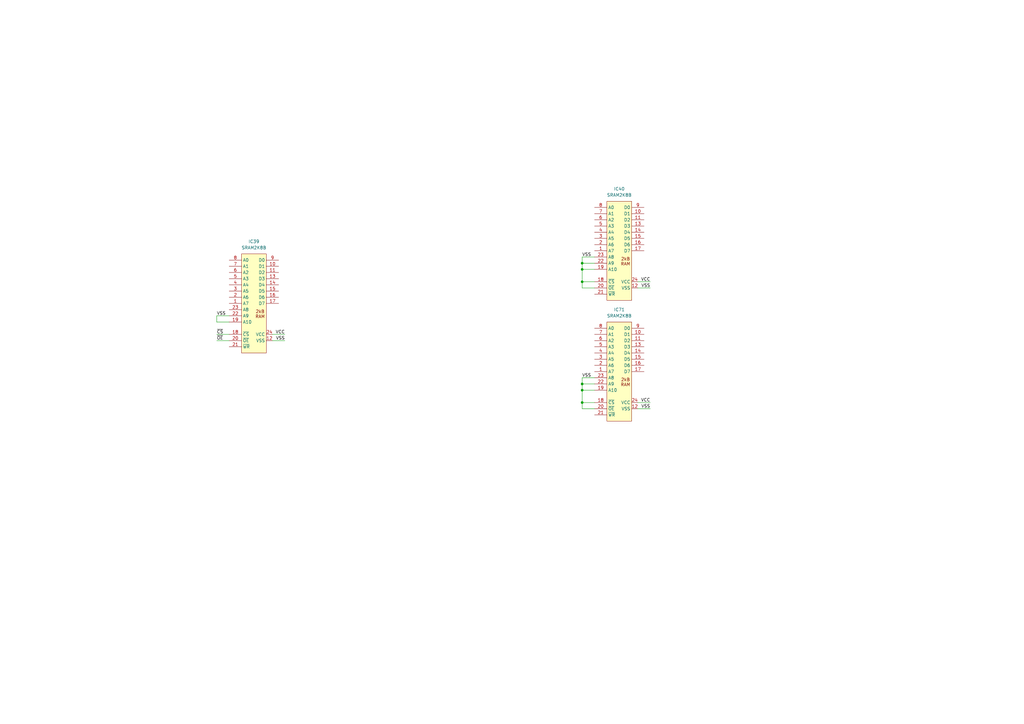
<source format=kicad_sch>
(kicad_sch (version 20231120) (generator "eeschema") (generator_version "8.0")
  (paper "A3")
  (title_block (title "Object RAM") (company "JOTEGO"))
  (lib_symbols
    (symbol "jt_ram:SRAM2K8B"
      (property "Reference" "U" (at 0 24.13 0))
      (property "Value" "SRAM2K8B" (at 0 21.59 0))
      (symbol "SRAM2K8B_0_1"
        (rectangle (start -5.08 20.32) (end 5.08 -20.32) (fill (type background)))
      )
      (symbol "SRAM2K8B_1_1"
        (text "2kB\nRAM" (at 2.54 -4.318 0) (effects (font (size 1.27 1.27))))
        (pin input line (at -10.16 0 0) (length 5.08) (name "A7") (number "1"))
        (pin tri_state line (at 10.16 15.24 180) (length 5.08) (name "D1") (number "10"))
        (pin tri_state line (at 10.16 12.7 180) (length 5.08) (name "D2") (number "11"))
        (pin power_in line (at 7.62 -15.24 180) (length 2.54) (name "VSS") (number "12"))
        (pin tri_state line (at 10.16 10.16 180) (length 5.08) (name "D3") (number "13"))
        (pin tri_state line (at 10.16 7.62 180) (length 5.08) (name "D4") (number "14"))
        (pin tri_state line (at 10.16 5.08 180) (length 5.08) (name "D5") (number "15"))
        (pin tri_state line (at 10.16 2.54 180) (length 5.08) (name "D6") (number "16"))
        (pin tri_state line (at 10.16 0 180) (length 5.08) (name "D7") (number "17"))
        (pin input line (at -10.16 -12.7 0) (length 5.08) (name "~{CS}") (number "18"))
        (pin input line (at -10.16 -7.62 0) (length 5.08) (name "A10") (number "19"))
        (pin input line (at -10.16 2.54 0) (length 5.08) (name "A6") (number "2"))
        (pin input line (at -10.16 -15.24 0) (length 5.08) (name "~{OE}") (number "20"))
        (pin input line (at -10.16 -17.78 0) (length 5.08) (name "~{WR}") (number "21"))
        (pin input line (at -10.16 -5.08 0) (length 5.08) (name "A9") (number "22"))
        (pin input line (at -10.16 -2.54 0) (length 5.08) (name "A8") (number "23"))
        (pin power_in line (at 7.62 -12.7 180) (length 2.54) (name "VCC") (number "24"))
        (pin input line (at -10.16 5.08 0) (length 5.08) (name "A5") (number "3"))
        (pin input line (at -10.16 7.62 0) (length 5.08) (name "A4") (number "4"))
        (pin input line (at -10.16 10.16 0) (length 5.08) (name "A3") (number "5"))
        (pin input line (at -10.16 12.7 0) (length 5.08) (name "A2") (number "6"))
        (pin input line (at -10.16 15.24 0) (length 5.08) (name "A1") (number "7"))
        (pin input line (at -10.16 17.78 0) (length 5.08) (name "A0") (number "8"))
        (pin tri_state line (at 10.16 17.78 180) (length 5.08) (name "D0") (number "9"))
      )
    )
  )
  (junction (at 238.76 165.1))
  (junction (at 238.76 157.48))
  (junction (at 238.76 115.57))
  (junction (at 238.76 160.02))
  (junction (at 238.76 107.95))
  (junction (at 238.76 110.49))
  (wire (pts (xy 243.84 105.41) (xy 238.76 105.41)))
  (wire (pts (xy 238.76 105.41) (xy 238.76 107.95)))
  (wire (pts (xy 238.76 118.11) (xy 243.84 118.11)))
  (wire (pts (xy 116.84 139.7) (xy 111.76 139.7)))
  (wire (pts (xy 243.84 154.94) (xy 238.76 154.94)))
  (wire (pts (xy 88.9 132.08) (xy 93.98 132.08)))
  (wire (pts (xy 88.9 137.16) (xy 93.98 137.16)))
  (wire (pts (xy 238.76 157.48) (xy 243.84 157.48)))
  (wire (pts (xy 266.7 118.11) (xy 261.62 118.11)))
  (wire (pts (xy 238.76 107.95) (xy 238.76 110.49)))
  (wire (pts (xy 238.76 167.64) (xy 243.84 167.64)))
  (wire (pts (xy 266.7 115.57) (xy 261.62 115.57)))
  (wire (pts (xy 93.98 129.54) (xy 88.9 129.54)))
  (wire (pts (xy 238.76 110.49) (xy 243.84 110.49)))
  (wire (pts (xy 238.76 110.49) (xy 238.76 115.57)))
  (wire (pts (xy 266.7 167.64) (xy 261.62 167.64)))
  (wire (pts (xy 266.7 165.1) (xy 261.62 165.1)))
  (wire (pts (xy 238.76 165.1) (xy 238.76 167.64)))
  (wire (pts (xy 238.76 157.48) (xy 238.76 160.02)))
  (wire (pts (xy 238.76 115.57) (xy 238.76 118.11)))
  (wire (pts (xy 238.76 165.1) (xy 243.84 165.1)))
  (wire (pts (xy 238.76 107.95) (xy 243.84 107.95)))
  (wire (pts (xy 238.76 115.57) (xy 243.84 115.57)))
  (wire (pts (xy 88.9 139.7) (xy 93.98 139.7)))
  (wire (pts (xy 116.84 137.16) (xy 111.76 137.16)))
  (wire (pts (xy 238.76 160.02) (xy 238.76 165.1)))
  (wire (pts (xy 88.9 129.54) (xy 88.9 132.08)))
  (wire (pts (xy 238.76 160.02) (xy 243.84 160.02)))
  (wire (pts (xy 238.76 154.94) (xy 238.76 157.48)))
  (label "VSS" (at 266.7 118.11 180))
  (label "VSS" (at 238.76 154.94 0))
  (label "VSS" (at 116.84 139.7 180))
  (label "VSS" (at 266.7 167.64 180))
  (label "VCC" (at 266.7 115.57 180))
  (label "~{CS}" (at 88.9 137.16 0))
  (label "VSS" (at 88.9 129.54 0))
  (label "~{OE}" (at 88.9 139.7 0))
  (label "VSS" (at 238.76 105.41 0))
  (label "VCC" (at 266.7 165.1 180))
  (label "VCC" (at 116.84 137.16 180))
  (symbol (lib_id "jt_ram:SRAM2K8B") (at 254 102.87 0) (unit 1)
    (property "Reference" "IC40" (at 254 77.47 0))
    (property "Value" "SRAM2K8B" (at 254 80.01 0))
    (property "Datasheet" "https://datasheetspdf.com/datasheet/MCM2128.html" (effects (hide yes)))
    (property "Description" "SRAM 16kbit (2048-word x 8-bit)" (effects (hide yes)))
  )
  (symbol (lib_id "jt_ram:SRAM2K8B") (at 254 152.4 0) (unit 1)
    (property "Reference" "IC71" (at 254 127 0))
    (property "Value" "SRAM2K8B" (at 254 129.54 0))
    (property "Datasheet" "https://datasheetspdf.com/datasheet/MCM2128.html" (effects (hide yes)))
    (property "Description" "SRAM 16kbit (2048-word x 8-bit)" (effects (hide yes)))
  )
  (symbol (lib_id "jt_ram:SRAM2K8B") (at 104.14 124.46 0) (unit 1)
    (property "Reference" "IC39" (at 104.14 99.06 0))
    (property "Value" "SRAM2K8B" (at 104.14 101.6 0))
    (property "Datasheet" "https://datasheetspdf.com/datasheet/MCM2128.html" (effects (hide yes)))
    (property "Description" "SRAM 16kbit (2048-word x 8-bit)" (effects (hide yes)))
  )
)
</source>
